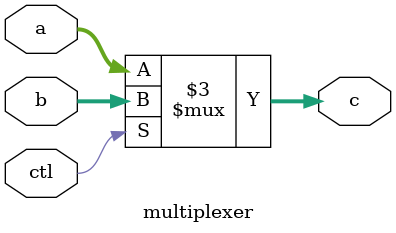
<source format=sv>
module multiplexer (input logic [7:0] a, b, input logic ctl, output logic [7:0] c);
  
always_comb
    if(ctl)
        c = b;
    else
        c = a;

endmodule

</source>
